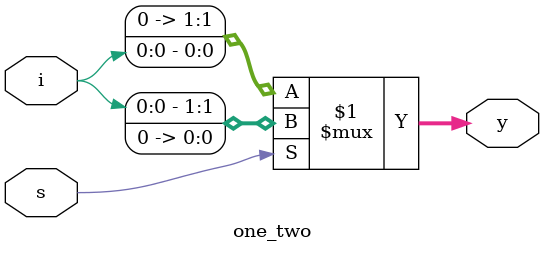
<source format=v>
module one_two(
		input i,
		input s,
	 	output [1:0]y
		//output reg [1:0]y
		);
wire s_not;

/*
// Gate Level Modelling
not(s_not, s);
and(y[0], s_not, i);
and(y[1], s,	 i);
*/

/*
// Data Flow Modelling
assign y[0] = (i & ~s);
assign y[1] = (i &  s);	
*/

// Conditional Operator
assign y = s?	( {i, 1'b0} )	: ( {1'b0,i} );	

/*
// Behavioral Modelling
always @(s)	
	begin
		case(s)
			1'b0 : y = {~i, i}; // as, y[1] = MSB and y[0] = LSB
			1'b1 : y = {i, ~i};
		endcase
	end
*/

endmodule

</source>
